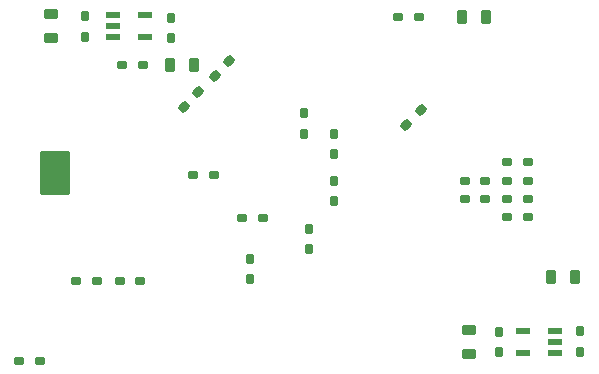
<source format=gbr>
G04 #@! TF.GenerationSoftware,KiCad,Pcbnew,(6.0.4)*
G04 #@! TF.CreationDate,2022-07-13T22:26:53+02:00*
G04 #@! TF.ProjectId,n64rgbv2.1,6e363472-6762-4763-922e-312e6b696361,rev?*
G04 #@! TF.SameCoordinates,Original*
G04 #@! TF.FileFunction,Paste,Bot*
G04 #@! TF.FilePolarity,Positive*
%FSLAX46Y46*%
G04 Gerber Fmt 4.6, Leading zero omitted, Abs format (unit mm)*
G04 Created by KiCad (PCBNEW (6.0.4)) date 2022-07-13 22:26:53*
%MOMM*%
%LPD*%
G01*
G04 APERTURE LIST*
G04 Aperture macros list*
%AMRoundRect*
0 Rectangle with rounded corners*
0 $1 Rounding radius*
0 $2 $3 $4 $5 $6 $7 $8 $9 X,Y pos of 4 corners*
0 Add a 4 corners polygon primitive as box body*
4,1,4,$2,$3,$4,$5,$6,$7,$8,$9,$2,$3,0*
0 Add four circle primitives for the rounded corners*
1,1,$1+$1,$2,$3*
1,1,$1+$1,$4,$5*
1,1,$1+$1,$6,$7*
1,1,$1+$1,$8,$9*
0 Add four rect primitives between the rounded corners*
20,1,$1+$1,$2,$3,$4,$5,0*
20,1,$1+$1,$4,$5,$6,$7,0*
20,1,$1+$1,$6,$7,$8,$9,0*
20,1,$1+$1,$8,$9,$2,$3,0*%
G04 Aperture macros list end*
%ADD10RoundRect,0.135000X0.425000X-0.325000X0.425000X0.325000X-0.425000X0.325000X-0.425000X-0.325000X0*%
%ADD11RoundRect,0.132500X0.028284X0.378302X-0.378302X-0.028284X-0.028284X-0.378302X0.378302X0.028284X0*%
%ADD12RoundRect,0.132500X-0.287500X-0.247500X0.287500X-0.247500X0.287500X0.247500X-0.287500X0.247500X0*%
%ADD13RoundRect,0.132500X0.247500X-0.287500X0.247500X0.287500X-0.247500X0.287500X-0.247500X-0.287500X0*%
%ADD14RoundRect,0.132500X-0.028284X-0.378302X0.378302X0.028284X0.028284X0.378302X-0.378302X-0.028284X0*%
%ADD15RoundRect,0.132500X-0.247500X0.287500X-0.247500X-0.287500X0.247500X-0.287500X0.247500X0.287500X0*%
%ADD16R,1.248000X0.520000*%
%ADD17RoundRect,0.132500X0.287500X0.247500X-0.287500X0.247500X-0.287500X-0.247500X0.287500X-0.247500X0*%
%ADD18RoundRect,0.135000X-0.325000X-0.425000X0.325000X-0.425000X0.325000X0.425000X-0.325000X0.425000X0*%
%ADD19RoundRect,0.135000X-0.425000X0.325000X-0.425000X-0.325000X0.425000X-0.325000X0.425000X0.325000X0*%
%ADD20RoundRect,0.000000X1.200000X-1.800000X1.200000X1.800000X-1.200000X1.800000X-1.200000X-1.800000X0*%
G04 APERTURE END LIST*
D10*
X121539000Y-91703000D03*
X121539000Y-89653000D03*
D11*
X134032805Y-96270169D03*
X132795369Y-97507605D03*
D12*
X137745500Y-106934000D03*
X139495500Y-106934000D03*
D13*
X145542000Y-105523000D03*
X145542000Y-103773000D03*
D14*
X135435795Y-94881245D03*
X136673231Y-93643809D03*
D12*
X133618000Y-103314500D03*
X135368000Y-103314500D03*
D15*
X138430000Y-110377000D03*
X138430000Y-112127000D03*
X143383000Y-107837000D03*
X143383000Y-109587000D03*
D14*
X151654282Y-99043718D03*
X152891718Y-97806282D03*
D15*
X143002000Y-98058000D03*
X143002000Y-99808000D03*
D13*
X131754880Y-91720540D03*
X131754880Y-89970540D03*
D16*
X126830920Y-91643280D03*
X126830920Y-90693280D03*
X126830920Y-89743280D03*
X129530920Y-89743280D03*
X129530920Y-91643280D03*
D17*
X161946560Y-105323640D03*
X160196560Y-105323640D03*
X161946661Y-103771700D03*
X160196661Y-103771700D03*
X161946661Y-106873040D03*
X160196661Y-106873040D03*
X161946460Y-102209600D03*
X160196460Y-102209600D03*
D18*
X163871800Y-111963200D03*
X165921800Y-111963200D03*
D17*
X129368420Y-93959680D03*
X127618420Y-93959680D03*
D12*
X156605000Y-105323640D03*
X158355000Y-105323640D03*
X156605000Y-103774240D03*
X158355000Y-103774240D03*
D17*
X152741500Y-89882980D03*
X150991500Y-89882980D03*
D18*
X156376500Y-89916000D03*
X158426500Y-89916000D03*
D16*
X164263240Y-116464040D03*
X164263240Y-117414040D03*
X164263240Y-118364040D03*
X161563240Y-118364040D03*
X161563240Y-116464040D03*
D19*
X156972000Y-116401500D03*
X156972000Y-118451500D03*
D15*
X166385240Y-116513540D03*
X166385240Y-118263540D03*
X159512000Y-116539040D03*
X159512000Y-118289040D03*
D18*
X131674760Y-93949520D03*
X133724760Y-93949520D03*
D12*
X127395000Y-112268000D03*
X129145000Y-112268000D03*
D17*
X125480000Y-112264000D03*
X123730000Y-112264000D03*
D12*
X118886000Y-118999000D03*
X120636000Y-118999000D03*
D13*
X124460000Y-91583480D03*
X124460000Y-89833480D03*
D15*
X145542000Y-99772500D03*
X145542000Y-101522500D03*
D20*
X121920000Y-103124000D03*
M02*

</source>
